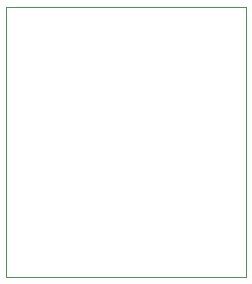
<source format=gm1>
G04 #@! TF.GenerationSoftware,KiCad,Pcbnew,9.0.6*
G04 #@! TF.CreationDate,2026-01-07T12:15:46-06:00*
G04 #@! TF.ProjectId,DHVQFN-14_3.65x3.65_P0.5,44485651-464e-42d3-9134-5f332e363578,rev?*
G04 #@! TF.SameCoordinates,Original*
G04 #@! TF.FileFunction,Profile,NP*
%FSLAX46Y46*%
G04 Gerber Fmt 4.6, Leading zero omitted, Abs format (unit mm)*
G04 Created by KiCad (PCBNEW 9.0.6) date 2026-01-07 12:15:46*
%MOMM*%
%LPD*%
G01*
G04 APERTURE LIST*
G04 #@! TA.AperFunction,Profile*
%ADD10C,0.050000*%
G04 #@! TD*
G04 APERTURE END LIST*
D10*
X122936000Y-99912274D02*
X143256000Y-99912274D01*
X143256000Y-122772274D01*
X122936000Y-122772274D01*
X122936000Y-99912274D01*
M02*

</source>
